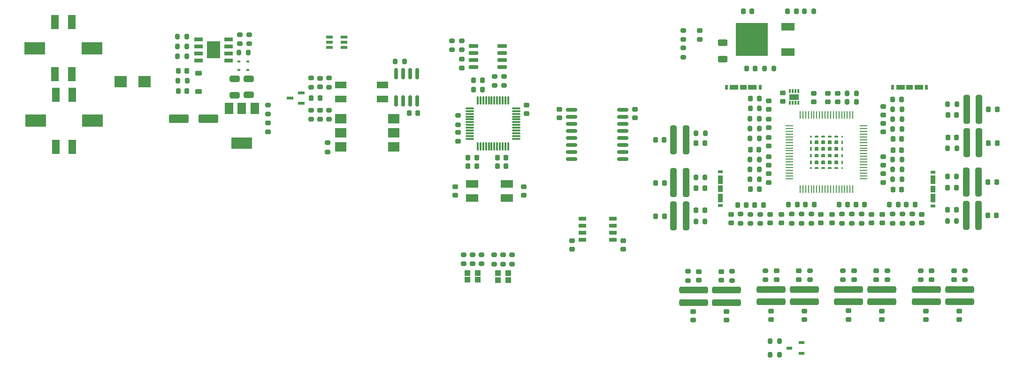
<source format=gbr>
%TF.GenerationSoftware,KiCad,Pcbnew,7.0.6*%
%TF.CreationDate,2024-02-05T21:22:57+01:00*%
%TF.ProjectId,FT24-AMS_Slave-v5,46543234-2d41-44d5-935f-536c6176652d,rev?*%
%TF.SameCoordinates,Original*%
%TF.FileFunction,Paste,Top*%
%TF.FilePolarity,Positive*%
%FSLAX46Y46*%
G04 Gerber Fmt 4.6, Leading zero omitted, Abs format (unit mm)*
G04 Created by KiCad (PCBNEW 7.0.6) date 2024-02-05 21:22:57*
%MOMM*%
%LPD*%
G01*
G04 APERTURE LIST*
G04 Aperture macros list*
%AMRoundRect*
0 Rectangle with rounded corners*
0 $1 Rounding radius*
0 $2 $3 $4 $5 $6 $7 $8 $9 X,Y pos of 4 corners*
0 Add a 4 corners polygon primitive as box body*
4,1,4,$2,$3,$4,$5,$6,$7,$8,$9,$2,$3,0*
0 Add four circle primitives for the rounded corners*
1,1,$1+$1,$2,$3*
1,1,$1+$1,$4,$5*
1,1,$1+$1,$6,$7*
1,1,$1+$1,$8,$9*
0 Add four rect primitives between the rounded corners*
20,1,$1+$1,$2,$3,$4,$5,0*
20,1,$1+$1,$4,$5,$6,$7,0*
20,1,$1+$1,$6,$7,$8,$9,0*
20,1,$1+$1,$8,$9,$2,$3,0*%
G04 Aperture macros list end*
%ADD10C,0.200000*%
%ADD11RoundRect,0.225000X0.250000X-0.225000X0.250000X0.225000X-0.250000X0.225000X-0.250000X-0.225000X0*%
%ADD12RoundRect,0.250000X2.350000X-0.325000X2.350000X0.325000X-2.350000X0.325000X-2.350000X-0.325000X0*%
%ADD13RoundRect,0.200000X0.200000X0.275000X-0.200000X0.275000X-0.200000X-0.275000X0.200000X-0.275000X0*%
%ADD14RoundRect,0.200000X-0.200000X-0.275000X0.200000X-0.275000X0.200000X0.275000X-0.200000X0.275000X0*%
%ADD15RoundRect,0.225000X-0.250000X0.225000X-0.250000X-0.225000X0.250000X-0.225000X0.250000X0.225000X0*%
%ADD16RoundRect,0.225000X0.225000X0.250000X-0.225000X0.250000X-0.225000X-0.250000X0.225000X-0.250000X0*%
%ADD17RoundRect,0.200000X0.275000X-0.200000X0.275000X0.200000X-0.275000X0.200000X-0.275000X-0.200000X0*%
%ADD18O,1.500000X0.250000*%
%ADD19O,0.250000X1.500000*%
%ADD20RoundRect,0.150000X-0.875000X-0.150000X0.875000X-0.150000X0.875000X0.150000X-0.875000X0.150000X0*%
%ADD21RoundRect,0.200000X-0.275000X0.200000X-0.275000X-0.200000X0.275000X-0.200000X0.275000X0.200000X0*%
%ADD22RoundRect,0.218750X0.256250X-0.218750X0.256250X0.218750X-0.256250X0.218750X-0.256250X-0.218750X0*%
%ADD23R,1.250000X0.600000*%
%ADD24RoundRect,0.218750X0.218750X0.256250X-0.218750X0.256250X-0.218750X-0.256250X0.218750X-0.256250X0*%
%ADD25R,0.550000X0.420000*%
%ADD26R,0.300000X0.700000*%
%ADD27R,1.700000X1.000000*%
%ADD28R,1.346200X2.540000*%
%ADD29R,3.800000X2.200000*%
%ADD30RoundRect,0.250000X0.625000X-0.312500X0.625000X0.312500X-0.625000X0.312500X-0.625000X-0.312500X0*%
%ADD31R,1.050000X0.600000*%
%ADD32RoundRect,0.218750X-0.218750X-0.256250X0.218750X-0.256250X0.218750X0.256250X-0.218750X0.256250X0*%
%ADD33RoundRect,0.225000X-0.225000X-0.250000X0.225000X-0.250000X0.225000X0.250000X-0.225000X0.250000X0*%
%ADD34R,1.000000X1.000000*%
%ADD35RoundRect,0.075000X0.075000X-0.662500X0.075000X0.662500X-0.075000X0.662500X-0.075000X-0.662500X0*%
%ADD36RoundRect,0.075000X0.662500X-0.075000X0.662500X0.075000X-0.662500X0.075000X-0.662500X-0.075000X0*%
%ADD37R,1.474500X0.650000*%
%ADD38RoundRect,0.250000X0.325000X2.350000X-0.325000X2.350000X-0.325000X-2.350000X0.325000X-2.350000X0*%
%ADD39RoundRect,0.250000X-0.325000X-2.350000X0.325000X-2.350000X0.325000X2.350000X-0.325000X2.350000X0*%
%ADD40R,0.600000X0.900000*%
%ADD41R,1.500000X0.900000*%
%ADD42R,1.200000X0.900000*%
%ADD43R,1.525000X0.650000*%
%ADD44R,2.400000X3.100000*%
%ADD45R,2.000000X1.780000*%
%ADD46R,2.000000X1.200000*%
%ADD47R,2.400000X1.400000*%
%ADD48R,5.750000X5.900000*%
%ADD49RoundRect,0.250000X1.500000X0.550000X-1.500000X0.550000X-1.500000X-0.550000X1.500000X-0.550000X0*%
%ADD50RoundRect,0.250000X0.650000X-0.325000X0.650000X0.325000X-0.650000X0.325000X-0.650000X-0.325000X0*%
%ADD51R,2.300000X2.150000*%
%ADD52R,1.150000X0.600000*%
%ADD53RoundRect,0.225000X-0.375000X0.225000X-0.375000X-0.225000X0.375000X-0.225000X0.375000X0.225000X0*%
%ADD54R,2.200000X1.400000*%
%ADD55RoundRect,0.150000X0.150000X-0.825000X0.150000X0.825000X-0.150000X0.825000X-0.150000X-0.825000X0*%
%ADD56RoundRect,0.150000X0.725000X0.150000X-0.725000X0.150000X-0.725000X-0.150000X0.725000X-0.150000X0*%
%ADD57R,1.500000X2.000000*%
%ADD58R,3.800000X2.000000*%
%ADD59R,0.900000X0.600000*%
%ADD60R,0.900000X1.500000*%
%ADD61R,0.900000X1.200000*%
G04 APERTURE END LIST*
D10*
%TO.C,U2*%
X193567500Y-99377500D02*
X193717500Y-99377500D01*
X193717500Y-99377500D02*
X193717500Y-99527500D01*
X193717500Y-99527500D02*
X193567500Y-99527500D01*
X193567500Y-99527500D02*
X193567500Y-99377500D01*
G36*
X193567500Y-99377500D02*
G01*
X193717500Y-99377500D01*
X193717500Y-99527500D01*
X193567500Y-99527500D01*
X193567500Y-99377500D01*
G37*
X193567500Y-100727500D02*
X193717500Y-100727500D01*
X193717500Y-100727500D02*
X193717500Y-100227500D01*
X193717500Y-100227500D02*
X193567500Y-100227500D01*
X193567500Y-100227500D02*
X193567500Y-100727500D01*
G36*
X193567500Y-100727500D02*
G01*
X193717500Y-100727500D01*
X193717500Y-100227500D01*
X193567500Y-100227500D01*
X193567500Y-100727500D01*
G37*
X193567500Y-101927500D02*
X193717500Y-101927500D01*
X193717500Y-101927500D02*
X193717500Y-101427500D01*
X193717500Y-101427500D02*
X193567500Y-101427500D01*
X193567500Y-101427500D02*
X193567500Y-101927500D01*
G36*
X193567500Y-101927500D02*
G01*
X193717500Y-101927500D01*
X193717500Y-101427500D01*
X193567500Y-101427500D01*
X193567500Y-101927500D01*
G37*
X193567500Y-103127500D02*
X193717500Y-103127500D01*
X193717500Y-103127500D02*
X193717500Y-102627500D01*
X193717500Y-102627500D02*
X193567500Y-102627500D01*
X193567500Y-102627500D02*
X193567500Y-103127500D01*
G36*
X193567500Y-103127500D02*
G01*
X193717500Y-103127500D01*
X193717500Y-102627500D01*
X193567500Y-102627500D01*
X193567500Y-103127500D01*
G37*
X193567500Y-104327500D02*
X193717500Y-104327500D01*
X193717500Y-104327500D02*
X193717500Y-103827500D01*
X193717500Y-103827500D02*
X193567500Y-103827500D01*
X193567500Y-103827500D02*
X193567500Y-104327500D01*
G36*
X193567500Y-104327500D02*
G01*
X193717500Y-104327500D01*
X193717500Y-103827500D01*
X193567500Y-103827500D01*
X193567500Y-104327500D01*
G37*
X193567500Y-105027500D02*
X193717500Y-105027500D01*
X193717500Y-105027500D02*
X193717500Y-105177500D01*
X193717500Y-105177500D02*
X193567500Y-105177500D01*
X193567500Y-105177500D02*
X193567500Y-105027500D01*
G36*
X193567500Y-105027500D02*
G01*
X193717500Y-105027500D01*
X193717500Y-105177500D01*
X193567500Y-105177500D01*
X193567500Y-105027500D01*
G37*
X194417500Y-99377500D02*
X194917500Y-99377500D01*
X194917500Y-99377500D02*
X194917500Y-99527500D01*
X194917500Y-99527500D02*
X194417500Y-99527500D01*
X194417500Y-99527500D02*
X194417500Y-99377500D01*
G36*
X194417500Y-99377500D02*
G01*
X194917500Y-99377500D01*
X194917500Y-99527500D01*
X194417500Y-99527500D01*
X194417500Y-99377500D01*
G37*
X194417500Y-100227500D02*
X194917500Y-100227500D01*
X194917500Y-100227500D02*
X194917500Y-100727500D01*
X194917500Y-100727500D02*
X194417500Y-100727500D01*
X194417500Y-100727500D02*
X194417500Y-100227500D01*
G36*
X194417500Y-100227500D02*
G01*
X194917500Y-100227500D01*
X194917500Y-100727500D01*
X194417500Y-100727500D01*
X194417500Y-100227500D01*
G37*
X194417500Y-101427500D02*
X194917500Y-101427500D01*
X194917500Y-101427500D02*
X194917500Y-101927500D01*
X194917500Y-101927500D02*
X194417500Y-101927500D01*
X194417500Y-101927500D02*
X194417500Y-101427500D01*
G36*
X194417500Y-101427500D02*
G01*
X194917500Y-101427500D01*
X194917500Y-101927500D01*
X194417500Y-101927500D01*
X194417500Y-101427500D01*
G37*
X194417500Y-102627500D02*
X194917500Y-102627500D01*
X194917500Y-102627500D02*
X194917500Y-103127500D01*
X194917500Y-103127500D02*
X194417500Y-103127500D01*
X194417500Y-103127500D02*
X194417500Y-102627500D01*
G36*
X194417500Y-102627500D02*
G01*
X194917500Y-102627500D01*
X194917500Y-103127500D01*
X194417500Y-103127500D01*
X194417500Y-102627500D01*
G37*
X194417500Y-103827500D02*
X194917500Y-103827500D01*
X194917500Y-103827500D02*
X194917500Y-104327500D01*
X194917500Y-104327500D02*
X194417500Y-104327500D01*
X194417500Y-104327500D02*
X194417500Y-103827500D01*
G36*
X194417500Y-103827500D02*
G01*
X194917500Y-103827500D01*
X194917500Y-104327500D01*
X194417500Y-104327500D01*
X194417500Y-103827500D01*
G37*
X194417500Y-105027500D02*
X194917500Y-105027500D01*
X194917500Y-105027500D02*
X194917500Y-105177500D01*
X194917500Y-105177500D02*
X194417500Y-105177500D01*
X194417500Y-105177500D02*
X194417500Y-105027500D01*
G36*
X194417500Y-105027500D02*
G01*
X194917500Y-105027500D01*
X194917500Y-105177500D01*
X194417500Y-105177500D01*
X194417500Y-105027500D01*
G37*
X195617500Y-99377500D02*
X196117500Y-99377500D01*
X196117500Y-99377500D02*
X196117500Y-99527500D01*
X196117500Y-99527500D02*
X195617500Y-99527500D01*
X195617500Y-99527500D02*
X195617500Y-99377500D01*
G36*
X195617500Y-99377500D02*
G01*
X196117500Y-99377500D01*
X196117500Y-99527500D01*
X195617500Y-99527500D01*
X195617500Y-99377500D01*
G37*
X195617500Y-100227500D02*
X196117500Y-100227500D01*
X196117500Y-100227500D02*
X196117500Y-100727500D01*
X196117500Y-100727500D02*
X195617500Y-100727500D01*
X195617500Y-100727500D02*
X195617500Y-100227500D01*
G36*
X195617500Y-100227500D02*
G01*
X196117500Y-100227500D01*
X196117500Y-100727500D01*
X195617500Y-100727500D01*
X195617500Y-100227500D01*
G37*
X195617500Y-101427500D02*
X196117500Y-101427500D01*
X196117500Y-101427500D02*
X196117500Y-101927500D01*
X196117500Y-101927500D02*
X195617500Y-101927500D01*
X195617500Y-101927500D02*
X195617500Y-101427500D01*
G36*
X195617500Y-101427500D02*
G01*
X196117500Y-101427500D01*
X196117500Y-101927500D01*
X195617500Y-101927500D01*
X195617500Y-101427500D01*
G37*
X195617500Y-102627500D02*
X196117500Y-102627500D01*
X196117500Y-102627500D02*
X196117500Y-103127500D01*
X196117500Y-103127500D02*
X195617500Y-103127500D01*
X195617500Y-103127500D02*
X195617500Y-102627500D01*
G36*
X195617500Y-102627500D02*
G01*
X196117500Y-102627500D01*
X196117500Y-103127500D01*
X195617500Y-103127500D01*
X195617500Y-102627500D01*
G37*
X195617500Y-103827500D02*
X196117500Y-103827500D01*
X196117500Y-103827500D02*
X196117500Y-104327500D01*
X196117500Y-104327500D02*
X195617500Y-104327500D01*
X195617500Y-104327500D02*
X195617500Y-103827500D01*
G36*
X195617500Y-103827500D02*
G01*
X196117500Y-103827500D01*
X196117500Y-104327500D01*
X195617500Y-104327500D01*
X195617500Y-103827500D01*
G37*
X195617500Y-105027500D02*
X196117500Y-105027500D01*
X196117500Y-105027500D02*
X196117500Y-105177500D01*
X196117500Y-105177500D02*
X195617500Y-105177500D01*
X195617500Y-105177500D02*
X195617500Y-105027500D01*
G36*
X195617500Y-105027500D02*
G01*
X196117500Y-105027500D01*
X196117500Y-105177500D01*
X195617500Y-105177500D01*
X195617500Y-105027500D01*
G37*
X196817500Y-99377500D02*
X197317500Y-99377500D01*
X197317500Y-99377500D02*
X197317500Y-99527500D01*
X197317500Y-99527500D02*
X196817500Y-99527500D01*
X196817500Y-99527500D02*
X196817500Y-99377500D01*
G36*
X196817500Y-99377500D02*
G01*
X197317500Y-99377500D01*
X197317500Y-99527500D01*
X196817500Y-99527500D01*
X196817500Y-99377500D01*
G37*
X196817500Y-100227500D02*
X197317500Y-100227500D01*
X197317500Y-100227500D02*
X197317500Y-100727500D01*
X197317500Y-100727500D02*
X196817500Y-100727500D01*
X196817500Y-100727500D02*
X196817500Y-100227500D01*
G36*
X196817500Y-100227500D02*
G01*
X197317500Y-100227500D01*
X197317500Y-100727500D01*
X196817500Y-100727500D01*
X196817500Y-100227500D01*
G37*
X196817500Y-101427500D02*
X197317500Y-101427500D01*
X197317500Y-101427500D02*
X197317500Y-101927500D01*
X197317500Y-101927500D02*
X196817500Y-101927500D01*
X196817500Y-101927500D02*
X196817500Y-101427500D01*
G36*
X196817500Y-101427500D02*
G01*
X197317500Y-101427500D01*
X197317500Y-101927500D01*
X196817500Y-101927500D01*
X196817500Y-101427500D01*
G37*
X196817500Y-102627500D02*
X197317500Y-102627500D01*
X197317500Y-102627500D02*
X197317500Y-103127500D01*
X197317500Y-103127500D02*
X196817500Y-103127500D01*
X196817500Y-103127500D02*
X196817500Y-102627500D01*
G36*
X196817500Y-102627500D02*
G01*
X197317500Y-102627500D01*
X197317500Y-103127500D01*
X196817500Y-103127500D01*
X196817500Y-102627500D01*
G37*
X196817500Y-103827500D02*
X197317500Y-103827500D01*
X197317500Y-103827500D02*
X197317500Y-104327500D01*
X197317500Y-104327500D02*
X196817500Y-104327500D01*
X196817500Y-104327500D02*
X196817500Y-103827500D01*
G36*
X196817500Y-103827500D02*
G01*
X197317500Y-103827500D01*
X197317500Y-104327500D01*
X196817500Y-104327500D01*
X196817500Y-103827500D01*
G37*
X196817500Y-105027500D02*
X197317500Y-105027500D01*
X197317500Y-105027500D02*
X197317500Y-105177500D01*
X197317500Y-105177500D02*
X196817500Y-105177500D01*
X196817500Y-105177500D02*
X196817500Y-105027500D01*
G36*
X196817500Y-105027500D02*
G01*
X197317500Y-105027500D01*
X197317500Y-105177500D01*
X196817500Y-105177500D01*
X196817500Y-105027500D01*
G37*
X198017500Y-99377500D02*
X198517500Y-99377500D01*
X198517500Y-99377500D02*
X198517500Y-99527500D01*
X198517500Y-99527500D02*
X198017500Y-99527500D01*
X198017500Y-99527500D02*
X198017500Y-99377500D01*
G36*
X198017500Y-99377500D02*
G01*
X198517500Y-99377500D01*
X198517500Y-99527500D01*
X198017500Y-99527500D01*
X198017500Y-99377500D01*
G37*
X198017500Y-100227500D02*
X198517500Y-100227500D01*
X198517500Y-100227500D02*
X198517500Y-100727500D01*
X198517500Y-100727500D02*
X198017500Y-100727500D01*
X198017500Y-100727500D02*
X198017500Y-100227500D01*
G36*
X198017500Y-100227500D02*
G01*
X198517500Y-100227500D01*
X198517500Y-100727500D01*
X198017500Y-100727500D01*
X198017500Y-100227500D01*
G37*
X198017500Y-101427500D02*
X198517500Y-101427500D01*
X198517500Y-101427500D02*
X198517500Y-101927500D01*
X198517500Y-101927500D02*
X198017500Y-101927500D01*
X198017500Y-101927500D02*
X198017500Y-101427500D01*
G36*
X198017500Y-101427500D02*
G01*
X198517500Y-101427500D01*
X198517500Y-101927500D01*
X198017500Y-101927500D01*
X198017500Y-101427500D01*
G37*
X198017500Y-102627500D02*
X198517500Y-102627500D01*
X198517500Y-102627500D02*
X198517500Y-103127500D01*
X198517500Y-103127500D02*
X198017500Y-103127500D01*
X198017500Y-103127500D02*
X198017500Y-102627500D01*
G36*
X198017500Y-102627500D02*
G01*
X198517500Y-102627500D01*
X198517500Y-103127500D01*
X198017500Y-103127500D01*
X198017500Y-102627500D01*
G37*
X198017500Y-103827500D02*
X198517500Y-103827500D01*
X198517500Y-103827500D02*
X198517500Y-104327500D01*
X198517500Y-104327500D02*
X198017500Y-104327500D01*
X198017500Y-104327500D02*
X198017500Y-103827500D01*
G36*
X198017500Y-103827500D02*
G01*
X198517500Y-103827500D01*
X198517500Y-104327500D01*
X198017500Y-104327500D01*
X198017500Y-103827500D01*
G37*
X198017500Y-105027500D02*
X198517500Y-105027500D01*
X198517500Y-105027500D02*
X198517500Y-105177500D01*
X198517500Y-105177500D02*
X198017500Y-105177500D01*
X198017500Y-105177500D02*
X198017500Y-105027500D01*
G36*
X198017500Y-105027500D02*
G01*
X198517500Y-105027500D01*
X198517500Y-105177500D01*
X198017500Y-105177500D01*
X198017500Y-105027500D01*
G37*
X199217500Y-99377500D02*
X199367500Y-99377500D01*
X199367500Y-99377500D02*
X199367500Y-99527500D01*
X199367500Y-99527500D02*
X199217500Y-99527500D01*
X199217500Y-99527500D02*
X199217500Y-99377500D01*
G36*
X199217500Y-99377500D02*
G01*
X199367500Y-99377500D01*
X199367500Y-99527500D01*
X199217500Y-99527500D01*
X199217500Y-99377500D01*
G37*
X199217500Y-100727500D02*
X199367500Y-100727500D01*
X199367500Y-100727500D02*
X199367500Y-100227500D01*
X199367500Y-100227500D02*
X199217500Y-100227500D01*
X199217500Y-100227500D02*
X199217500Y-100727500D01*
G36*
X199217500Y-100727500D02*
G01*
X199367500Y-100727500D01*
X199367500Y-100227500D01*
X199217500Y-100227500D01*
X199217500Y-100727500D01*
G37*
X199217500Y-101927500D02*
X199367500Y-101927500D01*
X199367500Y-101927500D02*
X199367500Y-101427500D01*
X199367500Y-101427500D02*
X199217500Y-101427500D01*
X199217500Y-101427500D02*
X199217500Y-101927500D01*
G36*
X199217500Y-101927500D02*
G01*
X199367500Y-101927500D01*
X199367500Y-101427500D01*
X199217500Y-101427500D01*
X199217500Y-101927500D01*
G37*
X199217500Y-103127500D02*
X199367500Y-103127500D01*
X199367500Y-103127500D02*
X199367500Y-102627500D01*
X199367500Y-102627500D02*
X199217500Y-102627500D01*
X199217500Y-102627500D02*
X199217500Y-103127500D01*
G36*
X199217500Y-103127500D02*
G01*
X199367500Y-103127500D01*
X199367500Y-102627500D01*
X199217500Y-102627500D01*
X199217500Y-103127500D01*
G37*
X199217500Y-104327500D02*
X199367500Y-104327500D01*
X199367500Y-104327500D02*
X199367500Y-103827500D01*
X199367500Y-103827500D02*
X199217500Y-103827500D01*
X199217500Y-103827500D02*
X199217500Y-104327500D01*
G36*
X199217500Y-104327500D02*
G01*
X199367500Y-104327500D01*
X199367500Y-103827500D01*
X199217500Y-103827500D01*
X199217500Y-104327500D01*
G37*
X199217500Y-105027500D02*
X199367500Y-105027500D01*
X199367500Y-105027500D02*
X199367500Y-105177500D01*
X199367500Y-105177500D02*
X199217500Y-105177500D01*
X199217500Y-105177500D02*
X199217500Y-105027500D01*
G36*
X199217500Y-105027500D02*
G01*
X199367500Y-105027500D01*
X199367500Y-105177500D01*
X199217500Y-105177500D01*
X199217500Y-105027500D01*
G37*
%TD*%
D11*
%TO.C,C24*%
X206728500Y-104649500D03*
X206728500Y-103099500D03*
%TD*%
D12*
%TO.C,R48*%
X192467500Y-129277500D03*
X192467500Y-127027500D03*
%TD*%
D13*
%TO.C,R21*%
X219992500Y-93577500D03*
X218342500Y-93577500D03*
%TD*%
D14*
%TO.C,R8*%
X182717500Y-94381500D03*
X184367500Y-94381500D03*
%TD*%
D15*
%TO.C,C59*%
X161899695Y-94524695D03*
X161899695Y-96074695D03*
%TD*%
D16*
%TO.C,C50*%
X81075000Y-87600000D03*
X79525000Y-87600000D03*
%TD*%
D17*
%TO.C,R59*%
X208367500Y-115102500D03*
X208367500Y-113452500D03*
%TD*%
D14*
%TO.C,R78*%
X186330000Y-136400000D03*
X187980000Y-136400000D03*
%TD*%
D18*
%TO.C,U2*%
X189780000Y-97527500D03*
X189780000Y-98027500D03*
X189780000Y-98527500D03*
X189780000Y-99027500D03*
X189780000Y-99527500D03*
X189780000Y-100027500D03*
X189780000Y-100527500D03*
X189780000Y-101027500D03*
X189780000Y-101527500D03*
X189780000Y-102027500D03*
X189780000Y-102527500D03*
X189780000Y-103027500D03*
X189780000Y-103527500D03*
X189780000Y-104027500D03*
X189780000Y-104527500D03*
X189780000Y-105027500D03*
X189780000Y-105527500D03*
X189780000Y-106027500D03*
X189780000Y-106527500D03*
X189780000Y-107027500D03*
D19*
X191717500Y-108965000D03*
X192217500Y-108965000D03*
X192717500Y-108965000D03*
X193217500Y-108965000D03*
X193717500Y-108965000D03*
X194217500Y-108965000D03*
X194717500Y-108965000D03*
X195217500Y-108965000D03*
X195717500Y-108965000D03*
X196217500Y-108965000D03*
X196717500Y-108965000D03*
X197217500Y-108965000D03*
X197717500Y-108965000D03*
X198217500Y-108965000D03*
X198717500Y-108965000D03*
X199217500Y-108965000D03*
X199717500Y-108965000D03*
X200217500Y-108965000D03*
X200717500Y-108965000D03*
X201217500Y-108965000D03*
D18*
X203155000Y-107027500D03*
X203155000Y-106527500D03*
X203155000Y-106027500D03*
X203155000Y-105527500D03*
X203155000Y-105027500D03*
X203155000Y-104527500D03*
X203155000Y-104027500D03*
X203155000Y-103527500D03*
X203155000Y-103027500D03*
X203155000Y-102527500D03*
X203155000Y-102027500D03*
X203155000Y-101527500D03*
X203155000Y-101027500D03*
X203155000Y-100527500D03*
X203155000Y-100027500D03*
X203155000Y-99527500D03*
X203155000Y-99027500D03*
X203155000Y-98527500D03*
X203155000Y-98027500D03*
X203155000Y-97527500D03*
D19*
X201217500Y-95590000D03*
X200717500Y-95590000D03*
X200217500Y-95590000D03*
X199717500Y-95590000D03*
X199217500Y-95590000D03*
X198717500Y-95590000D03*
X198217500Y-95590000D03*
X197717500Y-95590000D03*
X197217500Y-95590000D03*
X196717500Y-95590000D03*
X196217500Y-95590000D03*
X195717500Y-95590000D03*
X195217500Y-95590000D03*
X194717500Y-95590000D03*
X194217500Y-95590000D03*
X193717500Y-95590000D03*
X193217500Y-95590000D03*
X192717500Y-95590000D03*
X192217500Y-95590000D03*
X191717500Y-95590000D03*
%TD*%
D13*
%TO.C,R28*%
X219917500Y-106677500D03*
X218267500Y-106677500D03*
%TD*%
D20*
%TO.C,U5*%
X150449695Y-94654695D03*
X150449695Y-95924695D03*
X150449695Y-97194695D03*
X150449695Y-98464695D03*
X150449695Y-99734695D03*
X150449695Y-101004695D03*
X150449695Y-102274695D03*
X150449695Y-103544695D03*
X159749695Y-103544695D03*
X159749695Y-102274695D03*
X159749695Y-101004695D03*
X159749695Y-99734695D03*
X159749695Y-98464695D03*
X159749695Y-97194695D03*
X159749695Y-95924695D03*
X159749695Y-94654695D03*
%TD*%
D21*
%TO.C,R6*%
X128900000Y-82175000D03*
X128900000Y-83825000D03*
%TD*%
D22*
%TO.C,F13*%
X214455000Y-132500000D03*
X214455000Y-130925000D03*
%TD*%
D23*
%TO.C,D5*%
X101700000Y-93450000D03*
X101700000Y-91550000D03*
X99700000Y-92500000D03*
%TD*%
D15*
%TO.C,C41*%
X197467500Y-113502500D03*
X197467500Y-115052500D03*
%TD*%
D13*
%TO.C,R17*%
X210053500Y-98074500D03*
X208403500Y-98074500D03*
%TD*%
D14*
%TO.C,R35*%
X172892500Y-114777500D03*
X174542500Y-114777500D03*
%TD*%
D22*
%TO.C,F8*%
X178455000Y-132587500D03*
X178455000Y-131012500D03*
%TD*%
D14*
%TO.C,R64*%
X182703500Y-96206500D03*
X184353500Y-96206500D03*
%TD*%
D13*
%TO.C,R71*%
X81025000Y-83200000D03*
X79375000Y-83200000D03*
%TD*%
D17*
%TO.C,R1*%
X170600000Y-81925000D03*
X170600000Y-80275000D03*
%TD*%
D11*
%TO.C,C23*%
X206728500Y-107714500D03*
X206728500Y-106164500D03*
%TD*%
D12*
%TO.C,R57*%
X214467500Y-129277500D03*
X214467500Y-127027500D03*
%TD*%
D24*
%TO.C,F2*%
X227255000Y-94577500D03*
X225680000Y-94577500D03*
%TD*%
D11*
%TO.C,C18*%
X105100000Y-96275000D03*
X105100000Y-94725000D03*
%TD*%
D25*
%TO.C,D25*%
X90500000Y-87400000D03*
X92100000Y-87400000D03*
%TD*%
D26*
%TO.C,U4*%
X189855000Y-93350000D03*
X190355000Y-93350000D03*
X190855000Y-93350000D03*
X191355000Y-93350000D03*
X191355000Y-91250000D03*
X190855000Y-91250000D03*
X190355000Y-91250000D03*
X189855000Y-91250000D03*
D27*
X190605000Y-92300000D03*
%TD*%
D22*
%TO.C,F10*%
X192455000Y-132487500D03*
X192455000Y-130912500D03*
%TD*%
D24*
%TO.C,D8*%
X219955000Y-95577500D03*
X218380000Y-95577500D03*
%TD*%
D17*
%TO.C,R61*%
X211923500Y-115102500D03*
X211923500Y-113452500D03*
%TD*%
D24*
%TO.C,F1*%
X227242500Y-100600000D03*
X225667500Y-100600000D03*
%TD*%
D13*
%TO.C,R18*%
X210053500Y-96296500D03*
X208403500Y-96296500D03*
%TD*%
D24*
%TO.C,F4*%
X227180000Y-107677500D03*
X225605000Y-107677500D03*
%TD*%
D28*
%TO.C,J1*%
X57300000Y-78799998D03*
X60300000Y-78799998D03*
X57300000Y-88200000D03*
X60300000Y-88200000D03*
D29*
X53665001Y-83499999D03*
X63934999Y-83499999D03*
%TD*%
D30*
%TO.C,R11*%
X177755000Y-85462500D03*
X177755000Y-82537500D03*
%TD*%
D12*
%TO.C,R43*%
X186467500Y-129277500D03*
X186467500Y-127027500D03*
%TD*%
D16*
%TO.C,C3*%
X133362500Y-104762500D03*
X131812500Y-104762500D03*
%TD*%
D31*
%TO.C,D3*%
X191955000Y-138550000D03*
X191955000Y-136650000D03*
X189755000Y-137600000D03*
%TD*%
D21*
%TO.C,R3*%
X130650000Y-82175000D03*
X130650000Y-83825000D03*
%TD*%
D32*
%TO.C,D21*%
X172967500Y-100650750D03*
X174542500Y-100650750D03*
%TD*%
D22*
%TO.C,F11*%
X200455000Y-132475000D03*
X200455000Y-130900000D03*
%TD*%
%TO.C,F7*%
X172455000Y-132587500D03*
X172455000Y-131012500D03*
%TD*%
D14*
%TO.C,R65*%
X182703500Y-97984500D03*
X184353500Y-97984500D03*
%TD*%
D15*
%TO.C,C28*%
X186042500Y-106152500D03*
X186042500Y-107702500D03*
%TD*%
D22*
%TO.C,D18*%
X205467500Y-125240000D03*
X205467500Y-123665000D03*
%TD*%
D17*
%TO.C,R47*%
X193717500Y-115102500D03*
X193717500Y-113452500D03*
%TD*%
D13*
%TO.C,R23*%
X219917500Y-114677500D03*
X218267500Y-114677500D03*
%TD*%
D17*
%TO.C,R80*%
X136500000Y-122437500D03*
X136500000Y-120787500D03*
%TD*%
D15*
%TO.C,C47*%
X186042500Y-92985500D03*
X186042500Y-94535500D03*
%TD*%
D17*
%TO.C,R79*%
X131000000Y-122400000D03*
X131000000Y-120750000D03*
%TD*%
D14*
%TO.C,R31*%
X182703500Y-103621500D03*
X184353500Y-103621500D03*
%TD*%
D12*
%TO.C,R55*%
X206467500Y-129277500D03*
X206467500Y-127027500D03*
%TD*%
D22*
%TO.C,D20*%
X219467500Y-125240000D03*
X219467500Y-123665000D03*
%TD*%
D17*
%TO.C,R39*%
X182789500Y-115116500D03*
X182789500Y-113466500D03*
%TD*%
D22*
%TO.C,F9*%
X186455000Y-132487500D03*
X186455000Y-130912500D03*
%TD*%
D17*
%TO.C,R38*%
X181011500Y-115102500D03*
X181011500Y-113452500D03*
%TD*%
D15*
%TO.C,C37*%
X188367500Y-113502500D03*
X188367500Y-115052500D03*
%TD*%
D33*
%TO.C,C8*%
X132825000Y-89300000D03*
X134375000Y-89300000D03*
%TD*%
D22*
%TO.C,D16*%
X191467500Y-125240000D03*
X191467500Y-123665000D03*
%TD*%
D24*
%TO.C,D10*%
X219880000Y-108677500D03*
X218305000Y-108677500D03*
%TD*%
D13*
%TO.C,R24*%
X210067500Y-107180500D03*
X208417500Y-107180500D03*
%TD*%
D32*
%TO.C,D11*%
X172930000Y-108777499D03*
X174505000Y-108777499D03*
%TD*%
D24*
%TO.C,F3*%
X227142500Y-113700000D03*
X225567500Y-113700000D03*
%TD*%
D17*
%TO.C,R60*%
X210145500Y-115102500D03*
X210145500Y-113452500D03*
%TD*%
D12*
%TO.C,R36*%
X172467500Y-129402500D03*
X172467500Y-127152500D03*
%TD*%
D22*
%TO.C,D13*%
X173467499Y-125365000D03*
X173467499Y-123790000D03*
%TD*%
D15*
%TO.C,C45*%
X206567500Y-113502500D03*
X206567500Y-115052500D03*
%TD*%
D25*
%TO.C,D4*%
X90500000Y-85900000D03*
X92100000Y-85900000D03*
%TD*%
D17*
%TO.C,R42*%
X179467500Y-125402500D03*
X179467500Y-123752500D03*
%TD*%
D13*
%TO.C,R69*%
X81125000Y-89400000D03*
X79475000Y-89400000D03*
%TD*%
D17*
%TO.C,R49*%
X193467500Y-125277500D03*
X193467500Y-123627500D03*
%TD*%
D13*
%TO.C,R19*%
X210053500Y-94518500D03*
X208403500Y-94518500D03*
%TD*%
D17*
%TO.C,R54*%
X202823500Y-115102500D03*
X202823500Y-113452500D03*
%TD*%
D15*
%TO.C,C34*%
X186317500Y-113502500D03*
X186317500Y-115052500D03*
%TD*%
D34*
%TO.C,D28*%
X137175000Y-125325000D03*
X137175000Y-124075000D03*
X139025000Y-124075000D03*
X139025000Y-125325000D03*
%TD*%
%TO.C,D27*%
X131675000Y-125300000D03*
X131675000Y-124050000D03*
X133525000Y-124050000D03*
X133525000Y-125300000D03*
%TD*%
D35*
%TO.C,U1*%
X133550000Y-101262500D03*
X134050000Y-101262500D03*
X134550000Y-101262500D03*
X135050000Y-101262500D03*
X135550000Y-101262500D03*
X136050000Y-101262500D03*
X136550000Y-101262500D03*
X137050000Y-101262500D03*
X137550000Y-101262500D03*
X138050000Y-101262500D03*
X138550000Y-101262500D03*
X139050000Y-101262500D03*
D36*
X140462500Y-99850000D03*
X140462500Y-99350000D03*
X140462500Y-98850000D03*
X140462500Y-98350000D03*
X140462500Y-97850000D03*
X140462500Y-97350000D03*
X140462500Y-96850000D03*
X140462500Y-96350000D03*
X140462500Y-95850000D03*
X140462500Y-95350000D03*
X140462500Y-94850000D03*
X140462500Y-94350000D03*
D35*
X139050000Y-92937500D03*
X138550000Y-92937500D03*
X138050000Y-92937500D03*
X137550000Y-92937500D03*
X137050000Y-92937500D03*
X136550000Y-92937500D03*
X136050000Y-92937500D03*
X135550000Y-92937500D03*
X135050000Y-92937500D03*
X134550000Y-92937500D03*
X134050000Y-92937500D03*
X133550000Y-92937500D03*
D36*
X132137500Y-94350000D03*
X132137500Y-94850000D03*
X132137500Y-95350000D03*
X132137500Y-95850000D03*
X132137500Y-96350000D03*
X132137500Y-96850000D03*
X132137500Y-97350000D03*
X132137500Y-97850000D03*
X132137500Y-98350000D03*
X132137500Y-98850000D03*
X132137500Y-99350000D03*
X132137500Y-99850000D03*
%TD*%
D21*
%TO.C,R75*%
X92300000Y-81075000D03*
X92300000Y-82725000D03*
%TD*%
D14*
%TO.C,R66*%
X182703500Y-99762500D03*
X184353500Y-99762500D03*
%TD*%
D16*
%TO.C,C7*%
X133362500Y-103262500D03*
X131812500Y-103262500D03*
%TD*%
D22*
%TO.C,F12*%
X206455000Y-132487500D03*
X206455000Y-130912500D03*
%TD*%
D17*
%TO.C,R4*%
X130000000Y-97325000D03*
X130000000Y-95675000D03*
%TD*%
%TO.C,R85*%
X134200000Y-122400000D03*
X134200000Y-120750000D03*
%TD*%
D24*
%TO.C,D7*%
X219955000Y-99577500D03*
X218380000Y-99577500D03*
%TD*%
D22*
%TO.C,D19*%
X215467499Y-125240000D03*
X215467499Y-123665000D03*
%TD*%
D11*
%TO.C,C20*%
X206714500Y-95543500D03*
X206714500Y-93993500D03*
%TD*%
D17*
%TO.C,R84*%
X132600000Y-122400000D03*
X132600000Y-120750000D03*
%TD*%
%TO.C,R37*%
X171467500Y-125402500D03*
X171467500Y-123752500D03*
%TD*%
D37*
%TO.C,IC1*%
X157936945Y-118104695D03*
X157936945Y-116834695D03*
X157936945Y-115564695D03*
X157936945Y-114294695D03*
X152462445Y-114294695D03*
X152462445Y-115564695D03*
X152462445Y-116834695D03*
X152462445Y-118104695D03*
%TD*%
D15*
%TO.C,C5*%
X142354500Y-93757000D03*
X142354500Y-95307000D03*
%TD*%
D33*
%TO.C,C4*%
X132829500Y-91000000D03*
X134379500Y-91000000D03*
%TD*%
%TO.C,C26*%
X208453500Y-101874500D03*
X210003500Y-101874500D03*
%TD*%
D38*
%TO.C,R15*%
X223992500Y-100577500D03*
X221742500Y-100577500D03*
%TD*%
D17*
%TO.C,R45*%
X190167500Y-115102500D03*
X190167500Y-113452500D03*
%TD*%
D14*
%TO.C,R73*%
X90475000Y-84300000D03*
X92125000Y-84300000D03*
%TD*%
D33*
%TO.C,C39*%
X198733500Y-111763500D03*
X200283500Y-111763500D03*
%TD*%
D13*
%TO.C,R25*%
X210067500Y-105402500D03*
X208417500Y-105402500D03*
%TD*%
D22*
%TO.C,D14*%
X177467500Y-125365000D03*
X177467500Y-123790000D03*
%TD*%
D21*
%TO.C,R12*%
X106700000Y-94675000D03*
X106700000Y-96325000D03*
%TD*%
D15*
%TO.C,C38*%
X195467500Y-113488500D03*
X195467500Y-115038500D03*
%TD*%
D17*
%TO.C,R56*%
X207467500Y-125277500D03*
X207467500Y-123627500D03*
%TD*%
D39*
%TO.C,R29*%
X168892500Y-107777500D03*
X171142500Y-107777500D03*
%TD*%
D22*
%TO.C,F14*%
X220455000Y-132487500D03*
X220455000Y-130912500D03*
%TD*%
%TO.C,D1*%
X173600000Y-81887500D03*
X173600000Y-80312500D03*
%TD*%
D21*
%TO.C,R7*%
X138300000Y-88575000D03*
X138300000Y-90225000D03*
%TD*%
D12*
%TO.C,R50*%
X200467500Y-129277500D03*
X200467500Y-127027500D03*
%TD*%
D28*
%TO.C,J2*%
X60400000Y-101300000D03*
X57400000Y-101300000D03*
X60400000Y-91899998D03*
X57400000Y-91899998D03*
D29*
X64034999Y-96599999D03*
X53765001Y-96599999D03*
%TD*%
D15*
%TO.C,C33*%
X179267500Y-113502500D03*
X179267500Y-115052500D03*
%TD*%
D17*
%TO.C,R58*%
X213467500Y-125277500D03*
X213467500Y-123627500D03*
%TD*%
D40*
%TO.C,J12*%
X178417500Y-90547500D03*
D41*
X179817500Y-90547500D03*
D42*
X181467500Y-90547500D03*
D41*
X183117500Y-90547500D03*
D40*
X184517500Y-90547500D03*
%TD*%
D14*
%TO.C,R70*%
X79375000Y-81400000D03*
X81025000Y-81400000D03*
%TD*%
D11*
%TO.C,C1*%
X129479500Y-110057000D03*
X129479500Y-108507000D03*
%TD*%
D33*
%TO.C,C25*%
X208453500Y-108980500D03*
X210003500Y-108980500D03*
%TD*%
D17*
%TO.C,R86*%
X138100000Y-122437500D03*
X138100000Y-120787500D03*
%TD*%
D14*
%TO.C,R88*%
X118680000Y-85910000D03*
X120330000Y-85910000D03*
%TD*%
%TO.C,R33*%
X182703500Y-107177500D03*
X184353500Y-107177500D03*
%TD*%
D17*
%TO.C,R53*%
X201045500Y-115102500D03*
X201045500Y-113452500D03*
%TD*%
D33*
%TO.C,C40*%
X201798500Y-111763500D03*
X203348500Y-111763500D03*
%TD*%
D43*
%TO.C,IC6*%
X83188000Y-81895000D03*
X83188000Y-83165000D03*
X83188000Y-84435000D03*
X83188000Y-85705000D03*
X88612000Y-85705000D03*
X88612000Y-84435000D03*
X88612000Y-83165000D03*
X88612000Y-81895000D03*
D44*
X85900000Y-83800000D03*
%TD*%
D14*
%TO.C,R30*%
X172892500Y-106777500D03*
X174542500Y-106777500D03*
%TD*%
D33*
%TO.C,C35*%
X189627500Y-111763500D03*
X191177500Y-111763500D03*
%TD*%
D45*
%TO.C,U6*%
X118365000Y-101340000D03*
X118365000Y-98800000D03*
X118365000Y-96260000D03*
X108835000Y-96260000D03*
X108835000Y-98800000D03*
X108835000Y-101340000D03*
%TD*%
D16*
%TO.C,C29*%
X184303500Y-101821500D03*
X182753500Y-101821500D03*
%TD*%
D33*
%TO.C,C43*%
X207833500Y-111763500D03*
X209383500Y-111763500D03*
%TD*%
D17*
%TO.C,R52*%
X199267500Y-115102500D03*
X199267500Y-113452500D03*
%TD*%
%TO.C,R40*%
X184567500Y-115116500D03*
X184567500Y-113466500D03*
%TD*%
D13*
%TO.C,R26*%
X210067500Y-103624500D03*
X208417500Y-103624500D03*
%TD*%
D39*
%TO.C,R67*%
X168880000Y-100027500D03*
X171130000Y-100027500D03*
%TD*%
D46*
%TO.C,FL1*%
X116350000Y-92670000D03*
X116350000Y-90130000D03*
X108850000Y-90130000D03*
X108850000Y-92670000D03*
%TD*%
D17*
%TO.C,R13*%
X106700000Y-90525000D03*
X106700000Y-88875000D03*
%TD*%
D11*
%TO.C,C49*%
X186042500Y-101139500D03*
X186042500Y-99589500D03*
%TD*%
%TO.C,C15*%
X196755000Y-93175000D03*
X196755000Y-91625000D03*
%TD*%
D22*
%TO.C,D26*%
X95700000Y-98587500D03*
X95700000Y-97012500D03*
%TD*%
D16*
%TO.C,C9*%
X138629500Y-103258000D03*
X137079500Y-103258000D03*
%TD*%
D38*
%TO.C,R22*%
X223917500Y-113677500D03*
X221667500Y-113677500D03*
%TD*%
D11*
%TO.C,C13*%
X194155000Y-93175000D03*
X194155000Y-91625000D03*
%TD*%
D16*
%TO.C,C14*%
X183630000Y-87200000D03*
X182080000Y-87200000D03*
%TD*%
D32*
%TO.C,FB1*%
X189467500Y-76800000D03*
X191042500Y-76800000D03*
%TD*%
D15*
%TO.C,C48*%
X186042500Y-96287500D03*
X186042500Y-97837500D03*
%TD*%
D16*
%TO.C,C60*%
X184330000Y-92600000D03*
X182780000Y-92600000D03*
%TD*%
D14*
%TO.C,R68*%
X172930000Y-98872750D03*
X174580000Y-98872750D03*
%TD*%
D11*
%TO.C,C6*%
X130000000Y-100275000D03*
X130000000Y-98725000D03*
%TD*%
D47*
%TO.C,Q2*%
X189555000Y-84185000D03*
D48*
X183030000Y-81900000D03*
D47*
X189555000Y-79615000D03*
%TD*%
D22*
%TO.C,D17*%
X201467499Y-125240000D03*
X201467499Y-123665000D03*
%TD*%
D15*
%TO.C,C42*%
X204573500Y-113488500D03*
X204573500Y-115038500D03*
%TD*%
D11*
%TO.C,C11*%
X130650000Y-87045000D03*
X130650000Y-85495000D03*
%TD*%
D17*
%TO.C,R44*%
X185467500Y-125277500D03*
X185467500Y-123627500D03*
%TD*%
D15*
%TO.C,C56*%
X159799695Y-118224695D03*
X159799695Y-119774695D03*
%TD*%
D14*
%TO.C,R72*%
X79375000Y-85000000D03*
X81025000Y-85000000D03*
%TD*%
D17*
%TO.C,R14*%
X103500000Y-90525000D03*
X103500000Y-88875000D03*
%TD*%
D33*
%TO.C,C32*%
X183542500Y-111777500D03*
X185092500Y-111777500D03*
%TD*%
D49*
%TO.C,C51*%
X85000000Y-96200000D03*
X79600000Y-96200000D03*
%TD*%
D50*
%TO.C,C52*%
X89700000Y-91975000D03*
X89700000Y-89025000D03*
%TD*%
D40*
%TO.C,J11*%
X208417500Y-90547500D03*
D41*
X209817500Y-90547500D03*
D42*
X211467500Y-90547500D03*
D41*
X213117500Y-90547500D03*
D40*
X214517500Y-90547500D03*
%TD*%
D11*
%TO.C,C58*%
X150599695Y-119774695D03*
X150599695Y-118224695D03*
%TD*%
D15*
%TO.C,C2*%
X141879500Y-108507000D03*
X141879500Y-110057000D03*
%TD*%
D13*
%TO.C,R9*%
X201880000Y-93202500D03*
X200230000Y-93202500D03*
%TD*%
D17*
%TO.C,R63*%
X221467500Y-125277500D03*
X221467500Y-123627500D03*
%TD*%
D11*
%TO.C,C12*%
X198467500Y-93190750D03*
X198467500Y-91640750D03*
%TD*%
D32*
%TO.C,F15*%
X165617500Y-100027500D03*
X167192500Y-100027500D03*
%TD*%
D24*
%TO.C,D9*%
X219880000Y-112677500D03*
X218305000Y-112677500D03*
%TD*%
D11*
%TO.C,C54*%
X105100000Y-90475000D03*
X105100000Y-88925000D03*
%TD*%
D15*
%TO.C,C46*%
X213673500Y-113488500D03*
X213673500Y-115038500D03*
%TD*%
D16*
%TO.C,C16*%
X183030000Y-76800000D03*
X181480000Y-76800000D03*
%TD*%
D33*
%TO.C,C17*%
X121200000Y-95200000D03*
X122750000Y-95200000D03*
%TD*%
D14*
%TO.C,R77*%
X186330000Y-138800000D03*
X187980000Y-138800000D03*
%TD*%
D38*
%TO.C,R27*%
X223917500Y-107677500D03*
X221667500Y-107677500D03*
%TD*%
D32*
%TO.C,F6*%
X165667500Y-113800000D03*
X167242500Y-113800000D03*
%TD*%
D17*
%TO.C,R2*%
X170600000Y-85125000D03*
X170600000Y-83475000D03*
%TD*%
D14*
%TO.C,R10*%
X185330000Y-87200000D03*
X186980000Y-87200000D03*
%TD*%
D15*
%TO.C,C57*%
X148299695Y-94524695D03*
X148299695Y-96074695D03*
%TD*%
D16*
%TO.C,C10*%
X138629500Y-104782000D03*
X137079500Y-104782000D03*
%TD*%
D11*
%TO.C,C19*%
X206714500Y-98608500D03*
X206714500Y-97058500D03*
%TD*%
D51*
%TO.C,D2*%
X73450000Y-89500000D03*
X69150000Y-89500000D03*
%TD*%
D33*
%TO.C,C44*%
X210898500Y-111763500D03*
X212448500Y-111763500D03*
%TD*%
D52*
%TO.C,IC3*%
X106800000Y-81475000D03*
X106800000Y-82425000D03*
X106800000Y-83375000D03*
X109400000Y-83375000D03*
X109400000Y-82425000D03*
X109400000Y-81475000D03*
%TD*%
D24*
%TO.C,D22*%
X81087500Y-91200000D03*
X79512500Y-91200000D03*
%TD*%
D17*
%TO.C,R89*%
X103500000Y-96325000D03*
X103500000Y-94675000D03*
%TD*%
D21*
%TO.C,R5*%
X136600000Y-88575000D03*
X136600000Y-90225000D03*
%TD*%
D17*
%TO.C,R74*%
X90600000Y-82725000D03*
X90600000Y-81075000D03*
%TD*%
D21*
%TO.C,R76*%
X95700000Y-93775000D03*
X95700000Y-95425000D03*
%TD*%
D14*
%TO.C,R90*%
X192505000Y-76800000D03*
X194155000Y-76800000D03*
%TD*%
D16*
%TO.C,C55*%
X105075000Y-92500000D03*
X103525000Y-92500000D03*
%TD*%
D50*
%TO.C,C53*%
X92200000Y-91950000D03*
X92200000Y-89000000D03*
%TD*%
D17*
%TO.C,R87*%
X139700000Y-122437500D03*
X139700000Y-120787500D03*
%TD*%
D13*
%TO.C,R16*%
X219992500Y-101577500D03*
X218342500Y-101577500D03*
%TD*%
D33*
%TO.C,C36*%
X192692500Y-111763500D03*
X194242500Y-111763500D03*
%TD*%
D17*
%TO.C,R51*%
X199467500Y-125277500D03*
X199467500Y-123627500D03*
%TD*%
D12*
%TO.C,R41*%
X178467500Y-129402500D03*
X178467500Y-127152500D03*
%TD*%
D33*
%TO.C,C22*%
X208439500Y-92768500D03*
X209989500Y-92768500D03*
%TD*%
%TO.C,C31*%
X180477500Y-111777500D03*
X182027500Y-111777500D03*
%TD*%
D14*
%TO.C,R32*%
X182703500Y-105399500D03*
X184353500Y-105399500D03*
%TD*%
D12*
%TO.C,R62*%
X220467500Y-129277500D03*
X220467500Y-127027500D03*
%TD*%
D17*
%TO.C,R46*%
X191939500Y-115102500D03*
X191939500Y-113452500D03*
%TD*%
D53*
%TO.C,D23*%
X83200000Y-88050000D03*
X83200000Y-91350000D03*
%TD*%
D32*
%TO.C,F5*%
X165667500Y-107800000D03*
X167242500Y-107800000D03*
%TD*%
D39*
%TO.C,R34*%
X168892500Y-113777500D03*
X171142500Y-113777500D03*
%TD*%
D54*
%TO.C,Y2*%
X138829500Y-108032000D03*
X138829500Y-110532000D03*
X132529500Y-110532000D03*
X132529500Y-108032000D03*
%TD*%
D55*
%TO.C,U3*%
X118830000Y-93050000D03*
X120100000Y-93050000D03*
X121370000Y-93050000D03*
X122640000Y-93050000D03*
X122640000Y-88100000D03*
X121370000Y-88100000D03*
X120100000Y-88100000D03*
X118830000Y-88100000D03*
%TD*%
D15*
%TO.C,C61*%
X188555000Y-91550000D03*
X188555000Y-93100000D03*
%TD*%
D22*
%TO.C,D15*%
X187467499Y-125240000D03*
X187467499Y-123665000D03*
%TD*%
D56*
%TO.C,IC4*%
X137975000Y-86905000D03*
X137975000Y-85635000D03*
X137975000Y-84365000D03*
X137975000Y-83095000D03*
X132825000Y-83095000D03*
X132825000Y-84365000D03*
X132825000Y-85635000D03*
X132825000Y-86905000D03*
%TD*%
D17*
%TO.C,R83*%
X106500000Y-102225000D03*
X106500000Y-100575000D03*
%TD*%
D14*
%TO.C,R81*%
X200230000Y-91700000D03*
X201880000Y-91700000D03*
%TD*%
D38*
%TO.C,R20*%
X223992500Y-94577500D03*
X221742500Y-94577500D03*
%TD*%
D16*
%TO.C,C30*%
X184317500Y-108962500D03*
X182767500Y-108962500D03*
%TD*%
D57*
%TO.C,IC7*%
X93300000Y-94350000D03*
X91000000Y-94350000D03*
X88700000Y-94350000D03*
D58*
X91000000Y-100650000D03*
%TD*%
D33*
%TO.C,C21*%
X208453500Y-99874500D03*
X210003500Y-99874500D03*
%TD*%
D59*
%TO.C,J13*%
X177287500Y-111927500D03*
D60*
X177287500Y-110527500D03*
D61*
X177287500Y-108877500D03*
D60*
X177287500Y-107227500D03*
D59*
X177287500Y-105827500D03*
%TD*%
D15*
%TO.C,C27*%
X186042500Y-103087500D03*
X186042500Y-104637500D03*
%TD*%
D32*
%TO.C,D12*%
X172930000Y-112777500D03*
X174505000Y-112777500D03*
%TD*%
D59*
%TO.C,J14*%
X215647500Y-105877500D03*
D60*
X215647500Y-107277500D03*
D61*
X215647500Y-108927500D03*
D60*
X215647500Y-110577500D03*
D59*
X215647500Y-111977500D03*
%TD*%
M02*

</source>
